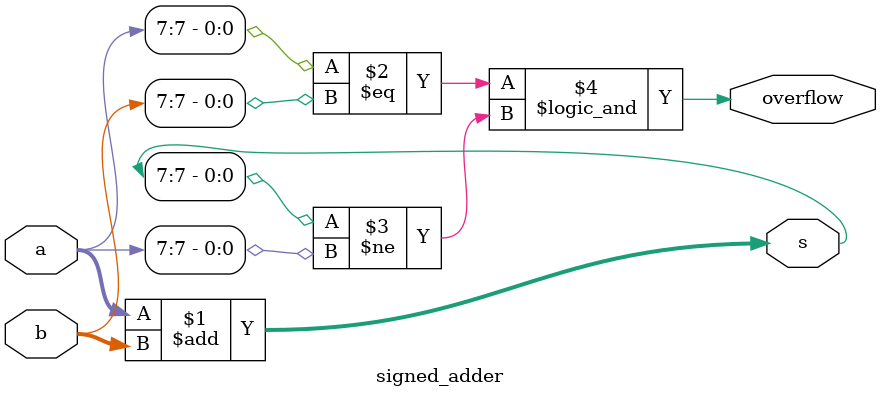
<source format=v>

module signed_adder(input [7:0] a,
    input [7:0] b,
    output [7:0] s,
    output overflow
); 

// The numbers a and b are added to the output s. 
// assign the occurence of the signed overflow of a and b to the output overflow.
// a signed overflow occurs if the most significant bits of a and b are low and the most significant bit of s is high
// a signed overflow may also occur if the most significant bits of a and b are high and the most significant bit of s is low


assign s = a + b;
assign overflow = (a[7] == b[7]) && (s[7] != a[7]);


endmodule

</source>
